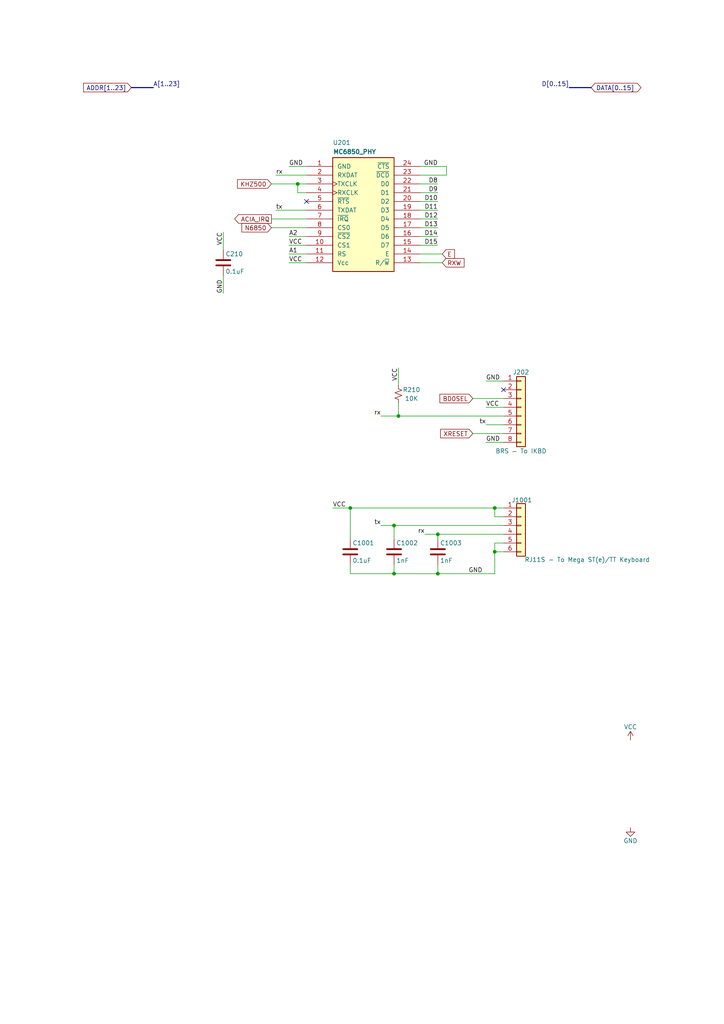
<source format=kicad_sch>
(kicad_sch (version 20230121) (generator eeschema)
  (paper "A4" portrait)
  (title_block (title "ReSTe mignon") (date "2022-07-13") (rev "mk0-0.1") (company "David SPORN") (comment 2 "original repository : https://github.com/sporniket/reste-mignon") (comment 4 "A remake of the Atari STe with some fixes applied and a target size of 25×18cm (B5)"))
  (lib_symbols
    (symbol "Connector_Generic:Conn_01x06" (pin_names (offset 1.016) hide)
      (property "Reference" "J" (at 0 7.62 0))
      (property "Value" "Conn_01x06" (at 0 -10.16 0))
      (symbol "Conn_01x06_1_1"
        (rectangle (start -1.27 -7.493) (end 0 -7.747) (stroke (width 0.1524)))
        (rectangle (start -1.27 -4.953) (end 0 -5.207) (stroke (width 0.1524)))
        (rectangle (start -1.27 -2.413) (end 0 -2.667) (stroke (width 0.1524)))
        (rectangle (start -1.27 0.127) (end 0 -0.127) (stroke (width 0.1524)))
        (rectangle (start -1.27 2.667) (end 0 2.413) (stroke (width 0.1524)))
        (rectangle (start -1.27 5.207) (end 0 4.953) (stroke (width 0.1524)))
        (rectangle (start -1.27 6.35) (end 1.27 -8.89) (stroke (width 0.254)) (fill (type background)))
        (pin passive line (at -5.08 5.08 0) (length 3.81) (name "Pin_1") (number "1"))
        (pin passive line (at -5.08 2.54 0) (length 3.81) (name "Pin_2") (number "2"))
        (pin passive line (at -5.08 0 0) (length 3.81) (name "Pin_3") (number "3"))
        (pin passive line (at -5.08 -2.54 0) (length 3.81) (name "Pin_4") (number "4"))
        (pin passive line (at -5.08 -5.08 0) (length 3.81) (name "Pin_5") (number "5"))
        (pin passive line (at -5.08 -7.62 0) (length 3.81) (name "Pin_6") (number "6"))
      )
    )
    (symbol "Connector_Generic:Conn_01x08" (pin_names (offset 1.016) hide)
      (property "Reference" "J" (at 0 10.16 0))
      (property "Value" "Conn_01x08" (at 0 -12.7 0))
      (symbol "Conn_01x08_1_1"
        (rectangle (start -1.27 -10.033) (end 0 -10.287) (stroke (width 0.1524)))
        (rectangle (start -1.27 -7.493) (end 0 -7.747) (stroke (width 0.1524)))
        (rectangle (start -1.27 -4.953) (end 0 -5.207) (stroke (width 0.1524)))
        (rectangle (start -1.27 -2.413) (end 0 -2.667) (stroke (width 0.1524)))
        (rectangle (start -1.27 0.127) (end 0 -0.127) (stroke (width 0.1524)))
        (rectangle (start -1.27 2.667) (end 0 2.413) (stroke (width 0.1524)))
        (rectangle (start -1.27 5.207) (end 0 4.953) (stroke (width 0.1524)))
        (rectangle (start -1.27 7.747) (end 0 7.493) (stroke (width 0.1524)))
        (rectangle (start -1.27 8.89) (end 1.27 -11.43) (stroke (width 0.254)) (fill (type background)))
        (pin passive line (at -5.08 7.62 0) (length 3.81) (name "Pin_1") (number "1"))
        (pin passive line (at -5.08 5.08 0) (length 3.81) (name "Pin_2") (number "2"))
        (pin passive line (at -5.08 2.54 0) (length 3.81) (name "Pin_3") (number "3"))
        (pin passive line (at -5.08 0 0) (length 3.81) (name "Pin_4") (number "4"))
        (pin passive line (at -5.08 -2.54 0) (length 3.81) (name "Pin_5") (number "5"))
        (pin passive line (at -5.08 -5.08 0) (length 3.81) (name "Pin_6") (number "6"))
        (pin passive line (at -5.08 -7.62 0) (length 3.81) (name "Pin_7") (number "7"))
        (pin passive line (at -5.08 -10.16 0) (length 3.81) (name "Pin_8") (number "8"))
      )
    )
    (symbol "Device:C" (pin_numbers hide) (pin_names (offset 0.254))
      (property "Reference" "C" (at 0.635 2.54 0))
      (property "Value" "C" (at 0.635 -2.54 0))
      (symbol "C_0_1"
        (polyline (pts (xy -2.032 -0.762) (xy 2.032 -0.762)) (stroke (width 0.508)))
        (polyline (pts (xy -2.032 0.762) (xy 2.032 0.762)) (stroke (width 0.508)))
      )
      (symbol "C_1_1"
        (pin passive line (at 0 3.81 270) (length 2.794) (name "~") (number "1"))
        (pin passive line (at 0 -3.81 90) (length 2.794) (name "~") (number "2"))
      )
    )
    (symbol "Device:R_Small_US" (pin_numbers hide) (pin_names (offset 0.254) hide)
      (property "Reference" "R" (at 0.762 0.508 0))
      (property "Value" "R_Small_US" (at 0.762 -1.016 0))
      (symbol "R_Small_US_1_1"
        (polyline (pts (xy 0 0) (xy 1.016 -0.381) (xy 0 -0.762) (xy -1.016 -1.143) (xy 0 -1.524)))
        (polyline (pts (xy 0 1.524) (xy 1.016 1.143) (xy 0 0.762) (xy -1.016 0.381) (xy 0 0)))
        (pin passive line (at 0 2.54 270) (length 1.016) (name "~") (number "1"))
        (pin passive line (at 0 -2.54 90) (length 1.016) (name "~") (number "2"))
      )
    )
    (symbol "acia:MC6850_PHY" (pin_names (offset 1.27))
      (property "Reference" "U" (at 0 0 0))
      (property "Value" "MC6850_PHY" (at 0 0 0))
      (symbol "MC6850_PHY_0_0"
        (rectangle (start -8.89 16.51) (end 8.89 -16.51) (stroke (width 0.254)) (fill (type background)))
        (pin power_in line (at -16.51 13.97 0) (length 7.62) (name "GND") (number "1"))
        (pin input line (at -16.51 -8.89 0) (length 7.62) (name "CS1") (number "10"))
        (pin input line (at -16.51 -11.43 0) (length 7.62) (name "RS") (number "11"))
        (pin power_in line (at -16.51 -13.97 0) (length 7.62) (name "Vcc") (number "12"))
        (pin input line (at 16.51 -13.97 180) (length 7.62) (name "R/~{W}") (number "13"))
        (pin input line (at 16.51 -11.43 180) (length 7.62) (name "E") (number "14"))
        (pin bidirectional line (at 16.51 -8.89 180) (length 7.62) (name "D7") (number "15"))
        (pin bidirectional line (at 16.51 -6.35 180) (length 7.62) (name "D6") (number "16"))
        (pin bidirectional line (at 16.51 -3.81 180) (length 7.62) (name "D5") (number "17"))
        (pin bidirectional line (at 16.51 -1.27 180) (length 7.62) (name "D4") (number "18"))
        (pin bidirectional line (at 16.51 1.27 180) (length 7.62) (name "D3") (number "19"))
        (pin input line (at -16.51 11.43 0) (length 7.62) (name "RXDAT") (number "2"))
        (pin bidirectional line (at 16.51 3.81 180) (length 7.62) (name "D2") (number "20"))
        (pin bidirectional line (at 16.51 6.35 180) (length 7.62) (name "D1") (number "21"))
        (pin bidirectional line (at 16.51 8.89 180) (length 7.62) (name "D0") (number "22"))
        (pin input line (at 16.51 11.43 180) (length 7.62) (name "~{DCD}") (number "23"))
        (pin input line (at 16.51 13.97 180) (length 7.62) (name "~{CTS}") (number "24"))
        (pin input clock (at -16.51 8.89 0) (length 7.62) (name "TXCLK") (number "3"))
        (pin input clock (at -16.51 6.35 0) (length 7.62) (name "RXCLK") (number "4"))
        (pin output line (at -16.51 3.81 0) (length 7.62) (name "~{RTS}") (number "5"))
        (pin output line (at -16.51 1.27 0) (length 7.62) (name "TXDAT") (number "6"))
        (pin open_collector line (at -16.51 -1.27 0) (length 7.62) (name "~{IRQ}") (number "7"))
        (pin input line (at -16.51 -3.81 0) (length 7.62) (name "CS0") (number "8"))
        (pin input line (at -16.51 -6.35 0) (length 7.62) (name "~{CS2}") (number "9"))
      )
    )
    (symbol "power:GND" (power) (pin_names (offset 0))
      (property "Value" "GND" (at 0 -3.81 0))
      (symbol "GND_0_1"
        (polyline (pts (xy 0 0) (xy 0 -1.27) (xy 1.27 -1.27) (xy 0 -2.54) (xy -1.27 -1.27) (xy 0 -1.27)))
      )
      (symbol "GND_1_1"
        (pin power_in line (at 0 0 270) (length 0) hide (name "GND") (number "1"))
      )
    )
    (symbol "power:VCC" (power) (pin_names (offset 0))
      (property "Value" "VCC" (at 0 3.81 0))
      (symbol "VCC_0_1"
        (polyline (pts (xy -0.762 1.27) (xy 0 2.54)))
        (polyline (pts (xy 0 0) (xy 0 2.54)))
        (polyline (pts (xy 0 2.54) (xy 0.762 1.27)))
      )
      (symbol "VCC_1_1"
        (pin power_in line (at 0 0 90) (length 0) hide (name "VCC") (number "1"))
      )
    )
  )
  (junction (at 114.3 152.4))
  (junction (at 127 154.94))
  (junction (at 143.51 147.32))
  (junction (at 86.36 53.34))
  (junction (at 114.3 166.37))
  (junction (at 127 166.37))
  (junction (at 101.6 147.32))
  (junction (at 143.51 160.02))
  (junction (at 115.57 120.65))
  (no_connect (at 146.05 113.03))
  (no_connect (at 88.9 58.42))
  (wire (pts (xy 115.57 116.84) (xy 115.57 120.65)))
  (wire (pts (xy 83.82 71.12) (xy 88.9 71.12)))
  (wire (pts (xy 137.16 115.57) (xy 146.05 115.57)))
  (wire (pts (xy 129.54 48.26) (xy 129.54 50.8)))
  (wire (pts (xy 86.36 53.34) (xy 86.36 55.88)))
  (wire (pts (xy 83.82 73.66) (xy 88.9 73.66)))
  (wire (pts (xy 83.82 76.2) (xy 88.9 76.2)))
  (wire (pts (xy 143.51 157.48) (xy 143.51 160.02)))
  (wire (pts (xy 78.74 53.34) (xy 86.36 53.34)))
  (wire (pts (xy 121.92 60.96) (xy 127 60.96)))
  (wire (pts (xy 121.92 58.42) (xy 127 58.42)))
  (bus (pts (xy 38.1 25.4) (xy 44.45 25.4)))
  (wire (pts (xy 78.74 66.04) (xy 88.9 66.04)))
  (wire (pts (xy 83.82 68.58) (xy 88.9 68.58)))
  (wire (pts (xy 86.36 53.34) (xy 88.9 53.34)))
  (wire (pts (xy 146.05 149.86) (xy 143.51 149.86)))
  (wire (pts (xy 143.51 160.02) (xy 146.05 160.02)))
  (bus (pts (xy 165.1 25.4) (xy 171.45 25.4)))
  (wire (pts (xy 146.05 157.48) (xy 143.51 157.48)))
  (wire (pts (xy 101.6 163.83) (xy 101.6 166.37)))
  (wire (pts (xy 110.49 120.65) (xy 115.57 120.65)))
  (wire (pts (xy 121.92 68.58) (xy 127 68.58)))
  (wire (pts (xy 137.16 125.73) (xy 146.05 125.73)))
  (wire (pts (xy 121.92 76.2) (xy 128.27 76.2)))
  (wire (pts (xy 64.77 80.01) (xy 64.77 85.09)))
  (wire (pts (xy 115.57 120.65) (xy 146.05 120.65)))
  (wire (pts (xy 127 166.37) (xy 143.51 166.37)))
  (wire (pts (xy 121.92 48.26) (xy 129.54 48.26)))
  (wire (pts (xy 121.92 66.04) (xy 127 66.04)))
  (wire (pts (xy 121.92 53.34) (xy 127 53.34)))
  (wire (pts (xy 114.3 152.4) (xy 146.05 152.4)))
  (wire (pts (xy 115.57 106.68) (xy 115.57 111.76)))
  (wire (pts (xy 86.36 55.88) (xy 88.9 55.88)))
  (wire (pts (xy 140.97 118.11) (xy 146.05 118.11)))
  (wire (pts (xy 140.97 110.49) (xy 146.05 110.49)))
  (wire (pts (xy 101.6 166.37) (xy 114.3 166.37)))
  (wire (pts (xy 127 163.83) (xy 127 166.37)))
  (wire (pts (xy 96.52 147.32) (xy 101.6 147.32)))
  (wire (pts (xy 143.51 147.32) (xy 146.05 147.32)))
  (wire (pts (xy 140.97 128.27) (xy 146.05 128.27)))
  (wire (pts (xy 123.19 154.94) (xy 127 154.94)))
  (wire (pts (xy 80.01 50.8) (xy 88.9 50.8)))
  (wire (pts (xy 143.51 149.86) (xy 143.51 147.32)))
  (wire (pts (xy 121.92 63.5) (xy 127 63.5)))
  (wire (pts (xy 110.49 152.4) (xy 114.3 152.4)))
  (wire (pts (xy 83.82 48.26) (xy 88.9 48.26)))
  (wire (pts (xy 78.74 63.5) (xy 88.9 63.5)))
  (wire (pts (xy 121.92 55.88) (xy 127 55.88)))
  (wire (pts (xy 114.3 166.37) (xy 127 166.37)))
  (wire (pts (xy 114.3 163.83) (xy 114.3 166.37)))
  (wire (pts (xy 127 154.94) (xy 146.05 154.94)))
  (wire (pts (xy 121.92 50.8) (xy 129.54 50.8)))
  (wire (pts (xy 143.51 160.02) (xy 143.51 166.37)))
  (wire (pts (xy 140.97 123.19) (xy 146.05 123.19)))
  (wire (pts (xy 64.77 67.31) (xy 64.77 72.39)))
  (wire (pts (xy 101.6 147.32) (xy 143.51 147.32)))
  (wire (pts (xy 127 156.21) (xy 127 154.94)))
  (wire (pts (xy 101.6 156.21) (xy 101.6 147.32)))
  (wire (pts (xy 114.3 152.4) (xy 114.3 156.21)))
  (wire (pts (xy 121.92 73.66) (xy 128.27 73.66)))
  (wire (pts (xy 121.92 71.12) (xy 127 71.12)))
  (wire (pts (xy 80.01 60.96) (xy 88.9 60.96)))
  (label "GND" (at 140.97 128.27 0))
  (label "tx" (at 80.01 60.96 0))
  (label "rx" (at 110.49 120.65 180))
  (label "D14" (at 127 68.58 180))
  (label "D9" (at 127 55.88 180))
  (label "D10" (at 127 58.42 180))
  (label "D12" (at 127 63.5 180))
  (label "A[1..23]" (at 44.45 25.4 0))
  (label "D[0..15]" (at 165.1 25.4 180))
  (label "A1" (at 83.82 73.66 0))
  (label "VCC" (at 115.57 106.68 270))
  (label "GND" (at 135.89 166.37 0))
  (label "D8" (at 127 53.34 180))
  (label "D15" (at 127 71.12 180))
  (label "tx" (at 110.49 152.4 180))
  (label "A2" (at 83.82 68.58 0))
  (label "tx" (at 140.97 123.19 180))
  (label "D11" (at 127 60.96 180))
  (label "GND" (at 140.97 110.49 0))
  (label "VCC" (at 96.52 147.32 0))
  (label "GND" (at 83.82 48.26 0))
  (label "VCC" (at 140.97 118.11 0))
  (label "VCC" (at 83.82 71.12 0))
  (label "VCC" (at 83.82 76.2 0))
  (label "rx" (at 123.19 154.94 180))
  (label "VCC" (at 64.77 67.31 270))
  (label "GND" (at 64.77 85.09 90))
  (label "D13" (at 127 66.04 180))
  (label "GND" (at 127 48.26 180))
  (label "rx" (at 80.01 50.8 0))
  (global_label "E" (shape input) (at 128.27 73.66 0) (property "Intersheetrefs" "${INTERSHEET_REFS}" (effects hide)))
  (global_label "DATA[0..15]" (shape bidirectional) (at 171.45 25.4 0) (property "Intersheetrefs" "${INTERSHEET_REFS}" (effects hide)))
  (global_label "RXW" (shape input) (at 128.27 76.2 0) (property "Intersheetrefs" "${INTERSHEET_REFS}" (effects hide)))
  (global_label "ADDR[1..23]" (shape input) (at 38.1 25.4 180) (property "Intersheetrefs" "${INTERSHEET_REFS}" (effects hide)))
  (global_label "ACIA_IRQ" (shape output) (at 78.74 63.5 180) (property "Intersheetrefs" "${INTERSHEET_REFS}" (effects hide)))
  (global_label "N6850" (shape input) (at 78.74 66.04 180) (property "Intersheetrefs" "${INTERSHEET_REFS}" (effects hide)))
  (global_label "BD0SEL" (shape input) (at 137.16 115.57 180) (property "Intersheetrefs" "${INTERSHEET_REFS}" (effects hide)))
  (global_label "XRESET" (shape input) (at 137.16 125.73 180) (property "Intersheetrefs" "${INTERSHEET_REFS}" (effects hide)))
  (global_label "KHZ500" (shape input) (at 78.74 53.34 180) (property "Intersheetrefs" "${INTERSHEET_REFS}" (effects hide)))
  (symbol (lib_id "acia:MC6850_PHY") (at 105.41 62.23 0) (unit 1)
    (property "Reference" "U201" (at 96.52 40.64 0) (effects (justify left top)))
    (property "Value" "MC6850_PHY" (at 96.52 43.18 0) (effects (font bold) (justify left top)))
    (property "Footprint" "Package_DIP:DIP-24_W15.24mm_LongPads" (effects hide))
  )
  (symbol (lib_id "Device:C") (at 64.77 76.2 0) (unit 1)
    (property "Reference" "C210" (at 65.405 73.66 0) (effects (justify left)))
    (property "Value" "0.1uF" (at 65.405 78.74 0) (effects (justify left)))
    (property "Footprint" "Capacitor_SMD:C_1206_3216Metric_Pad1.33x1.80mm_HandSolder" (effects hide))
  )
  (symbol (lib_id "Connector_Generic:Conn_01x08") (at 151.13 118.11 0) (unit 1)
    (property "Reference" "J202" (at 151.13 107.95 0))
    (property "Value" "BRS — To IKBD" (at 151.13 130.81 0))
    (property "Footprint" "atari-interconnect:PinHeader_1x08_P2.54mm_Vertical_Ikbd" (effects hide))
  )
  (symbol (lib_id "Device:R_Small_US") (at 115.57 114.3 180) (unit 1)
    (property "Reference" "R210" (at 119.38 113.03 0))
    (property "Value" "10K" (at 119.38 115.57 0))
    (property "Footprint" "Resistor_SMD:R_1206_3216Metric_Pad1.30x1.75mm_HandSolder" (effects hide))
  )
  (symbol (lib_id "Connector_Generic:Conn_01x06") (at 151.13 152.4 0) (unit 1)
    (property "Reference" "J1001" (at 151.384 145.034 0))
    (property "Value" "RJ11S - To Mega ST(e)/TT Keyboard" (at 152.146 162.306 0) (effects (justify left)))
    (property "Footprint" "Connector_RJ:RJ12_Amphenol_54601" (effects hide))
  )
  (symbol (lib_id "Device:C") (at 127 160.02 0) (unit 1)
    (property "Reference" "C1003" (at 127.635 157.48 0) (effects (justify left)))
    (property "Value" "1nF" (at 127.635 162.56 0) (effects (justify left)))
    (property "Footprint" "Capacitor_SMD:C_1206_3216Metric_Pad1.33x1.80mm_HandSolder" (effects hide))
  )
  (symbol (lib_id "Device:C") (at 101.6 160.02 0) (unit 1)
    (property "Reference" "C1001" (at 102.235 157.48 0) (effects (justify left)))
    (property "Value" "0.1uF" (at 102.235 162.56 0) (effects (justify left)))
    (property "Footprint" "Capacitor_SMD:C_1206_3216Metric_Pad1.33x1.80mm_HandSolder" (effects hide))
  )
  (symbol (lib_id "Device:C") (at 114.3 160.02 0) (unit 1)
    (property "Reference" "C1002" (at 114.935 157.48 0) (effects (justify left)))
    (property "Value" "1nF" (at 114.935 162.56 0) (effects (justify left)))
    (property "Footprint" "Capacitor_SMD:C_1206_3216Metric_Pad1.33x1.80mm_HandSolder" (effects hide))
  )
  (symbol (lib_id "power:VCC") (at 182.88 214.63 0) (unit 1)
    (property "Reference" "#PWR0131" (effects hide))
    (property "Value" "VCC" (at 182.88 210.82 0))
  )
  (symbol (lib_id "power:GND") (at 182.88 240.03 0) (unit 1)
    (property "Reference" "#PWR0130" (effects hide))
    (property "Value" "GND" (at 182.88 243.84 0))
  )
)
</source>
